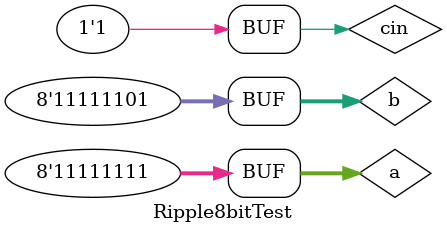
<source format=v>
module Ripple8bitTest;
`timescale 1ns/1ps
	reg cin;
	reg [7:0]a,b;
	wire [7:0]s;
	wire cout;
	adder8bit rp8bit(s,cout,a,b,cin);
	
	initial 
	begin
	a=8'hFF; b=8'h01; cin=1'b0;
	#200
	a=8'hFF; b=8'hFE; cin=1'b0;
	#400
	a=8'hFF; b=8'hFD; cin=1'b1;
	end
	initial
	$monitor($time," a = %b b = %b cin = %b *** s = %b *** cout = %b",a,b,cin,s,cout);

endmodule


</source>
